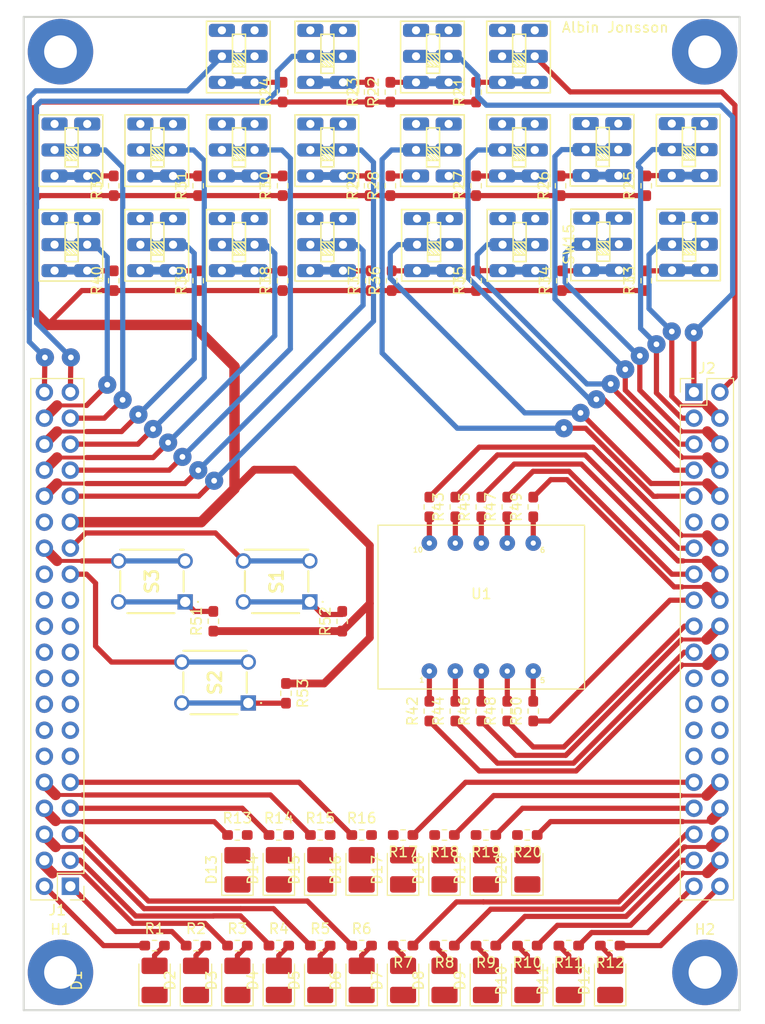
<source format=kicad_pcb>
(kicad_pcb (version 20211014) (generator pcbnew)
  (layers (0 "F.Cu" signal) (31 "B.Cu" signal) (34 "B.Paste" user) (35 "F.Paste" user) (36 "B.SilkS" user "B.Silkscreen") (37 "F.SilkS" user "F.Silkscreen") (38 "B.Mask" user) (39 "F.Mask" user) (44 "Edge.Cuts" user))
  (net 0 "")
  (net 1 "/GPIO_0_18")
  (net 2 "/GPIO_0_17")
  (net 3 "/GPIO_0_0")
  (net 4 "Net-(D1-Pad2)")
  (net 5 "/GPIO_0_1")
  (net 6 "/GPIO_0_2")
  (net 7 "/GPIO_0_3")
  (net 8 "/GPIO_0_4")
  (net 9 "/GPIO_0_5")
  (net 10 "/GPIO_0_6")
  (net 11 "/GPIO_0_7")
  (net 12 "/GPIO_0_16")
  (net 13 "/GPIO_0_8")
  (net 14 "/GPIO_0_9")
  (net 15 "/GPIO_0_25")
  (net 16 "/GPIO_0_26")
  (net 17 "GND")
  (net 18 "+3V3")
  (net 19 "/GPIO_0_12")
  (net 20 "/GPIO_0_13")
  (net 21 "/GPIO_0_14")
  (net 22 "/GPIO_0_15")
  (net 23 "/GPIO_0_19")
  (net 24 "/GPIO_0_30")
  (net 25 "/GPIO_0_31")
  (net 26 "/GPIO_1_0")
  (net 27 "/GPIO_1_1")
  (net 28 "/GPIO_1_2")
  (net 29 "/GPIO_1_3")
  (net 30 "/GPIO_1_4")
  (net 31 "/GPIO_1_5")
  (net 32 "/GPIO_1_6")
  (net 33 "/GPIO_1_7")
  (net 34 "/GPIO_1_8")
  (net 35 "/GPIO_1_9")
  (net 36 "/GPIO_0_32")
  (net 37 "/GPIO_0_33")
  (net 38 "/GPIO_1_12")
  (net 39 "/GPIO_1_13")
  (net 40 "/GPIO_1_14")
  (net 41 "/GPIO_1_15")
  (net 42 "/GPIO_1_16")
  (net 43 "/GPIO_1_17")
  (net 44 "/GPIO_1_18")
  (net 45 "/GPIO_1_19")
  (net 46 "/GPIO_0_20")
  (net 47 "/GPIO_0_21")
  (net 48 "/GPIO_0_22")
  (net 49 "/GPIO_0_23")
  (net 50 "/GPIO_1_24")
  (net 51 "/GPIO_0_24")
  (net 52 "/GPIO_1_20")
  (net 53 "/GPIO_1_21")
  (net 54 "/GPIO_1_22")
  (net 55 "/GPIO_1_23")
  (net 57 "/GPIO_0_27")
  (net 58 "/GPIO_1_27")
  (net 59 "/GPIO_1_30")
  (net 60 "/GPIO_0_34")
  (net 61 "/GPIO_0_35")
  (net 62 "/GPIO_0_36")
  (net 63 "/GPIO_0_37")
  (net 64 "/GPIO_0_38")
  (net 65 "/GPIO_0_39")
  (net 66 "/GPIO_1_25")
  (net 67 "/GPIO_1_26")
  (net 69 "/GPIO_1_31")
  (net 70 "/GPIO_1_32")
  (net 71 "/GPIO_1_33")
  (net 72 "/GPIO_1_34")
  (net 73 "/GPIO_1_35")
  (net 74 "/GPIO_1_36")
  (net 75 "/GPIO_1_37")
  (net 76 "/GPIO_1_38")
  (net 77 "/GPIO_1_39")
  (net 78 "Net-(R21-Pad2)")
  (net 79 "Net-(R22-Pad2)")
  (net 80 "Net-(R23-Pad2)")
  (net 81 "Net-(R24-Pad2)")
  (net 82 "Net-(R25-Pad2)")
  (net 83 "Net-(R26-Pad2)")
  (net 84 "Net-(R27-Pad2)")
  (net 85 "Net-(R28-Pad2)")
  (net 86 "Net-(R29-Pad2)")
  (net 87 "Net-(R30-Pad2)")
  (net 88 "Net-(R31-Pad2)")
  (net 89 "Net-(R32-Pad2)")
  (net 90 "Net-(R33-Pad2)")
  (net 91 "Net-(R34-Pad2)")
  (net 92 "Net-(R35-Pad2)")
  (net 93 "Net-(R36-Pad2)")
  (net 94 "Net-(R37-Pad2)")
  (net 95 "Net-(R38-Pad2)")
  (net 96 "Net-(R39-Pad2)")
  (net 97 "Net-(R40-Pad2)")
  (net 98 "Net-(R41-Pad1)")
  (net 99 "Net-(R42-Pad2)")
  (net 100 "Net-(R43-Pad1)")
  (net 101 "Net-(R44-Pad2)")
  (net 102 "Net-(R45-Pad1)")
  (net 103 "Net-(R46-Pad2)")
  (net 104 "Net-(R47-Pad1)")
  (net 105 "Net-(R48-Pad2)")
  (net 106 "Net-(R49-Pad1)")
  (net 107 "Net-(R50-Pad2)")
  (net 108 "Net-(R51-Pad2)")
  (net 109 "Net-(R52-Pad2)")
  (net 110 "Net-(R53-Pad2)")
  (net 111 "Net-(R4-Pad2)")
  (net 112 "Net-(R5-Pad2)")
  (net 113 "Net-(R7-Pad2)")
  (net 114 "Net-(R8-Pad2)")
  (net 115 "Net-(R11-Pad2)")
  (net 116 "Net-(R13-Pad2)")
  (net 117 "Net-(R14-Pad2)")
  (net 118 "Net-(R15-Pad2)")
  (net 119 "Net-(R16-Pad2)")
  (net 120 "Net-(R17-Pad2)")
  (net 121 "Net-(R18-Pad2)")
  (net 122 "Net-(R19-Pad2)")
  (net 123 "Net-(R20-Pad2)")
  (net 124 "Net-(R2-Pad2)")
  (net 125 "Net-(R3-Pad2)")
  (net 126 "Net-(R6-Pad2)")
  (net 127 "Net-(R9-Pad2)")
  (net 128 "Net-(R10-Pad2)")
  (net 129 "Net-(R12-Pad2)")
  (footprint "Old_KiCad_footprints:R_0603_1608Metric_Pad1.05x0.95mm_HandSolder" (layer "F.Cu") (at 140.8 143.675 180)
    (fp_text reference "R8")
    (fp_text value "180")
  )
  (footprint "Old_KiCad_footprints:R_0603_1608Metric_Pad1.05x0.95mm_HandSolder" (layer "F.Cu") (at 148.9 132.875 180)
    (fp_text reference "R20")
    (fp_text value "180")
  )
  (footprint "Old_KiCad_footprints:R_0603_1608Metric_Pad1.05x0.95mm_HandSolder" (layer "F.Cu") (at 120.55 143.675)
    (fp_text reference "R3")
    (fp_text value "180")
  )
  (footprint "Old_KiCad_footprints:R_0603_1608Metric_Pad1.05x0.95mm_HandSolder" (layer "F.Cu") (at 152.273 78.74 90)
    (fp_text reference "R34")
    (fp_text value "15k")
  )
  (footprint "Old_KiCad_footprints:R_0603_1608Metric_Pad1.05x0.95mm_HandSolder" (layer "F.Cu") (at 118.2 112 90)
    (fp_text reference "R51")
    (fp_text value "15k")
  )
  (footprint "Old_KiCad_footprints:R_0603_1608Metric_Pad1.05x0.95mm_HandSolder" (layer "F.Cu") (at 136.75 143.675 180)
    (fp_text reference "R7")
    (fp_text value "180")
  )
  (footprint "Old_KiCad_footprints:R_0603_1608Metric_Pad1.05x0.95mm_HandSolder" (layer "F.Cu") (at 149.479 120.777 90)
    (fp_text reference "R50")
    (fp_text value "15k")
  )
  (footprint "Old_KiCad_footprints:R_0603_1608Metric_Pad1.05x0.95mm_HandSolder" (layer "F.Cu") (at 112.45 143.675)
    (fp_text reference "R1")
    (fp_text value "180")
  )
  (footprint "Old_KiCad_footprints:R_0603_1608Metric_Pad1.05x0.95mm_HandSolder" (layer "F.Cu") (at 148.9 143.675 180)
    (fp_text reference "R10")
    (fp_text value "180")
  )
  (footprint "Old_KiCad_footprints:R_0603_1608Metric_Pad1.05x0.95mm_HandSolder" (layer "F.Cu") (at 149.479 100.838 90)
    (fp_text reference "R49")
    (fp_text value "15k")
  )
  (footprint "Old_KiCad_footprints:DPDT-3.2MM" (layer "F.Cu") (at 105.86342 75.21956 90)
    (fp_text reference "SW20")
    (fp_text value " " hide)
  )
  (footprint "Old_KiCad_footprints:LED_1210_3225Metric_Castelled" (layer "F.Cu") (at 140.8 136.275 90)
    (fp_text reference "D18")
    (fp_text value "LED_ALT")
  )
  (footprint "Old_KiCad_footprints:DPDT-3.2MM" (layer "F.Cu") (at 157.85468 75.184 90)
    (fp_text reference "SW14")
    (fp_text value " " hide)
  )
  (footprint "Old_KiCad_footprints:R_0603_1608Metric_Pad1.05x0.95mm_HandSolder" (layer "F.Cu") (at 143.891 78.74 90)
    (fp_text reference "R35")
    (fp_text value "15k")
  )
  (footprint "Old_KiCad_footprints:R_0603_1608Metric_Pad1.05x0.95mm_HandSolder" (layer "F.Cu") (at 116.713 69.469 90)
    (fp_text reference "R31")
    (fp_text value "15k")
  )
  (footprint "MountingHole:MountingHole_3.2mm_M3_Pad" (layer "F.Cu") (at 166.243 56.388)
    (fp_text reference "H4")
    (fp_text value "MountingHole")
  )
  (footprint "Old_KiCad_footprints:R_0603_1608Metric_Pad1.05x0.95mm_HandSolder" (layer "F.Cu") (at 144.399 120.777 90)
    (fp_text reference "R46")
    (fp_text value "15k")
  )
  (footprint "Old_KiCad_footprints:LED_1210_3225Metric_Castelled" (layer "F.Cu") (at 124.6 147.075 90)
    (fp_text reference "D4")
    (fp_text value "LED_ALT")
  )
  (footprint "Old_KiCad_footprints:R_0603_1608Metric_Pad1.05x0.95mm_HandSolder" (layer "F.Cu") (at 135.636 78.74 90)
    (fp_text reference "R36")
    (fp_text value "15k")
  )
  (footprint "Old_KiCad_footprints:R_0603_1608Metric_Pad1.05x0.95mm_HandSolder" (layer "F.Cu") (at 128.65 143.675)
    (fp_text reference "R5")
    (fp_text value "180")
  )
  (footprint "Old_KiCad_footprints:LED_1210_3225Metric_Castelled" (layer "F.Cu") (at 132.7 136.275 90)
    (fp_text reference "D16")
    (fp_text value "LED_ALT")
  )
  (footprint "Old_KiCad_footprints:R_0603_1608Metric_Pad1.05x0.95mm_HandSolder" (layer "F.Cu") (at 143.891 60.325 90)
    (fp_text reference "R21")
    (fp_text value "15k")
  )
  (footprint "Old_KiCad_footprints:R_0603_1608Metric_Pad1.05x0.95mm_HandSolder" (layer "F.Cu") (at 124.968 78.74 90)
    (fp_text reference "R38")
    (fp_text value "15k")
  )
  (footprint "Old_KiCad_footprints:ELD-425SYGWA" (layer "F.Cu") (at 144.399 110.617)
    (fp_text reference "U1")
    (fp_text value "ELD-425SYGWA")
  )
  (footprint "Old_KiCad_footprints:DPDT-3.2MM" (layer "F.Cu") (at 114.25558 75.21956 90)
    (fp_text reference "SW19")
    (fp_text value " " hide)
  )
  (footprint "Old_KiCad_footprints:R_0603_1608Metric_Pad1.05x0.95mm_HandSolder" (layer "F.Cu") (at 133.477 60.325 90)
    (fp_text reference "R23")
    (fp_text value "15k")
  )
  (footprint "Old_KiCad_footprints:DPDT-3.2MM" (layer "F.Cu") (at 122.22864 65.97396 90)
    (fp_text reference "SW10")
    (fp_text value " " hide)
  )
  (footprint "Old_KiCad_footprints:R_0603_1608Metric_Pad1.05x0.95mm_HandSolder" (layer "F.Cu") (at 124.6 143.675)
    (fp_text reference "R4")
    (fp_text value "180")
  )
  (footprint "MountingHole:MountingHole_3.2mm_M3_Pad" (layer "F.Cu") (at 103.251 146.2913)
    (fp_text reference "H1")
    (fp_text value "MountingHole")
  )
  (footprint "Old_KiCad_footprints:LED_1210_3225Metric_Castelled" (layer "F.Cu") (at 112.45 147.075 90)
    (fp_text reference "D1")
    (fp_text value "LED_ALT")
  )
  (footprint "Old_KiCad_footprints:R_0603_1608Metric_Pad1.05x0.95mm_HandSolder" (layer "F.Cu") (at 135.509 69.469 90)
    (fp_text reference "R28")
    (fp_text value "15k")
  )
  (footprint "CB15FP:CB15FP" (layer "F.Cu") (at 127.635 110.109 -90)
    (fp_text reference "S1")
    (fp_text value "CB15FP" hide)
  )
  (footprint "Old_KiCad_footprints:LED_1210_3225Metric_Castelled" (layer "F.Cu") (at 144.85 136.275 90)
    (fp_text reference "D19")
    (fp_text value "LED_ALT")
  )
  (footprint "Old_KiCad_footprints:R_0603_1608Metric_Pad1.05x0.95mm_HandSolder" (layer "F.Cu") (at 160.528 78.74 90)
    (fp_text reference "R33")
    (fp_text value "15k")
  )
  (footprint "Old_KiCad_footprints:R_0603_1608Metric_Pad1.05x0.95mm_HandSolder" (layer "F.Cu") (at 136.75 132.875 180)
    (fp_text reference "R17")
    (fp_text value "180")
  )
  (footprint "Old_KiCad_footprints:R_0603_1608Metric_Pad1.05x0.95mm_HandSolder" (layer "F.Cu") (at 152.95 143.675 180)
    (fp_text reference "R11")
    (fp_text value "180")
  )
  (footprint "Old_KiCad_footprints:R_0603_1608Metric_Pad1.05x0.95mm_HandSolder" (layer "F.Cu") (at 124.6 132.875)
    (fp_text reference "R14")
    (fp_text value "180")
  )
  (footprint "Old_KiCad_footprints:R_0603_1608Metric_Pad1.05x0.95mm_HandSolder" (layer "F.Cu") (at 140.8 132.875 180)
    (fp_text reference "R18")
    (fp_text value "180")
  )
  (footprint "Old_KiCad_footprints:R_0603_1608Metric_Pad1.05x0.95mm_HandSolder" (layer "F.Cu") (at 139.319 120.777 90)
    (fp_text reference "R42")
    (fp_text value "15k")
  )
  (footprint "MountingHole:MountingHole_3.2mm_M3_Pad" (layer "F.Cu") (at 103.251 56.3753)
    (fp_text reference "H3")
    (fp_text value "MountingHole")
  )
  (footprint "Old_KiCad_footprints:LED_1210_3225Metric_Castelled" (layer "F.Cu") (at 128.65 147.075 90)
    (fp_text reference "D5")
    (fp_text value "LED_ALT")
  )
  (footprint "Old_KiCad_footprints:DPDT-3.2MM" (layer "F.Cu") (at 122.22864 75.21956 90)
    (fp_text reference "SW18")
    (fp_text value " " hide)
  )
  (footprint "Old_KiCad_footprints:DPDT-3.2MM" (layer "F.Cu") (at 130.8748 56.82996 90)
    (fp_text reference "SW3")
    (fp_text value " " hide)
  )
  (footprint "Old_KiCad_footprints:R_0603_1608Metric_Pad1.05x0.95mm_HandSolder" (layer "F.Cu") (at 146.939 120.777 90)
    (fp_text reference "R48")
    (fp_text value "15k")
  )
  (footprint "Old_KiCad_footprints:R_0603_1608Metric_Pad1.05x0.95mm_HandSolder" (layer "F.Cu") (at 124.968 60.325 90)
    (fp_text reference "R24")
    (fp_text value "15k")
  )
  (footprint "Old_KiCad_footprints:DPDT-3.2MM" (layer "F.Cu") (at 141.30404 75.21956 90)
    (fp_text reference "SW16")
    (fp_text value " " hide)
  )
  (footprint "Old_KiCad_footprints:LED_1210_3225Metric_Castelled" (layer "F.Cu") (at 120.55 136.275 90)
    (fp_text reference "D13")
    (fp_text value "LED_ALT")
  )
  (footprint "Old_KiCad_footprints:R_0603_1608Metric_Pad1.05x0.95mm_HandSolder" (layer "F.Cu") (at 132.7 143.675)
    (fp_text reference "R6")
    (fp_text value "180")
  )
  (footprint "Old_KiCad_footprints:LED_1210_3225Metric_Castelled" (layer "F.Cu") (at 136.75 147.075 90)
    (fp_text reference "D7")
    (fp_text value "LED_ALT")
  )
  (footprint "Old_KiCad_footprints:R_0603_1608Metric_Pad1.05x0.95mm_HandSolder" (layer "F.Cu") (at 133.604 78.74 90)
    (fp_text reference "R37")
    (fp_text value "15k")
  )
  (footprint "Old_KiCad_footprints:DPDT-3.2MM" (layer "F.Cu") (at 149.6708 75.21956 90)
    (fp_text reference "SW15")
    (fp_text value " " hide)
  )
  (footprint "Old_KiCad_footprints:DPDT-3.2MM" (layer "F.Cu") (at 141.20752 56.82996 90)
    (fp_text reference "SW2")
    (fp_text value " " hide)
  )
  (footprint "Old_KiCad_footprints:LED_1210_3225Metric_Castelled" (layer "F.Cu") (at 136.75 136.275 90)
    (fp_text reference "D17")
    (fp_text value "LED_ALT")
  )
  (footprint "Old_KiCad_footprints:DPDT-3.2MM" (layer "F.Cu") (at 157.7988 65.9384 90)
    (fp_text reference "SW6")
    (fp_text value " " hide)
  )
  (footprint "Old_KiCad_footprints:R_0603_1608Metric_Pad1.05x0.95mm_HandSolder" (layer "F.Cu") (at 125.3 119.0375 -90)
    (fp_text reference "R53")
    (fp_text value "15k")
  )
  (footprint "Old_KiCad_footprints:R_0603_1608Metric_Pad1.05x0.95mm_HandSolder" (layer "F.Cu") (at 160.528 69.469 90)
    (fp_text reference "R25")
    (fp_text value "15k")
  )
  (footprint "MountingHole:MountingHole_3.2mm_M3_Pad" (layer "F.Cu") (at 166.2684 146.2913)
    (fp_text reference "H2")
    (fp_text value "MountingHole")
  )
  (footprint "Old_KiCad_footprints:DPDT-3.2MM" (layer "F.Cu") (at 114.25558 65.97396 90)
    (fp_text reference "SW11")
    (fp_text value " " hide)
  )
  (footprint "Old_KiCad_footprints:R_0603_1608Metric_Pad1.05x0.95mm_HandSolder" (layer "F.Cu") (at 132.7 132.875)
    (fp_text reference "R16")
    (fp_text value "180")
  )
  (footprint "Old_KiCad_footprints:DPDT-3.2MM" (layer "F.Cu") (at 166.2189 65.9384 90)
    (fp_text reference "SW5")
    (fp_text value " " hide)
  )
  (footprint "Old_KiCad_footprints:R_0603_1608Metric_Pad1.05x0.95mm_HandSolder" (layer "F.Cu") (at 135.509 60.325 90)
    (fp_text reference "R22")
    (fp_text value "15k")
  )
  (footprint "Old_KiCad_footprints:LED_1210_3225Metric_Castelled" (layer "F.Cu") (at 152.95 147.075 90)
    (fp_text reference "D11")
    (fp_text value "LED_ALT")
  )
  (footprint "Old_KiCad_footprints:DPDT-3.2MM" (layer "F.Cu") (at 149.62508 56.82996 90)
    (fp_text reference "SW1")
    (fp_text value " " hide)
  )
  (footprint "Old_KiCad_footprints:R_0603_1608Metric_Pad1.05x0.95mm_HandSolder" (layer "F.Cu") (at 116.5 143.675)
    (fp_text reference "R2")
    (fp_text value "180")
  )
  (footprint "Old_KiCad_footprints:R_0603_1608Metric_Pad1.05x0.95mm_HandSolder" (layer "F.Cu") (at 143.891 69.469 90)
    (fp_text reference "R27")
    (fp_text value "15k")
  )
  (footprint "Old_KiCad_footprints:R_0603_1608Metric_Pad1.05x0.95mm_HandSolder" (layer "F.Cu") (at 144.399 100.838 90)
    (fp_text reference "R45")
    (fp_text value "15k")
  )
  (footprint "Old_KiCad_footprints:R_0603_1608Metric_Pad1.05x0.95mm_HandSolder" (layer "F.Cu") (at 120.55 132.875)
    (fp_text reference "R13")
    (fp_text value "180")
  )
  (footprint "Old_KiCad_footprints:LED_1210_3225Metric_Castelled" (layer "F.Cu") (at 140.8 147.075 90)
    (fp_text reference "D8")
    (fp_text value "LED_ALT")
  )
  (footprint "Old_KiCad_footprints:DPDT-3.2MM" (layer "F.Cu") (at 122.22864 56.82996 90)
    (fp_text reference "SW4")
    (fp_text value " " hide)
  )
  (footprint "Old_KiCad_footprints:DPDT-3.2MM" (layer "F.Cu") (at 149.62508 65.97396 90)
    (fp_text reference "SW7")
    (fp_text value " " hide)
  )
  (footprint "CB15FP:CB15FP" (layer "F.Cu") (at 115.443 110.109 -90)
    (fp_text reference "S3")
    (fp_text value "CB15FP" hide)
  )
  (footprint "Old_KiCad_footprints:LED_1210_3225Metric_Castelled" (layer "F.Cu") (at 148.9 136.275 90)
    (fp_text reference "D20")
    (fp_text value "LED_ALT")
  )
  (footprint "Old_KiCad_footprints:LED_1210_3225Metric_Castelled" (layer "F.Cu") (at 148.9 147.075 90)
    (fp_text reference "D10")
    (fp_text value "LED_ALT")
  )
  (footprint "Connector_PinHeader_2.54mm:PinHeader_2x20_P2.54mm_Vertical" (layer "F.Cu") (at 104.2162 137.8839 180)
    (fp_text reference "J1")
    (fp_text value "GPIO_0")
  )
  (footprint "Old_KiCad_footprints:DPDT-3.2MM" (layer "F.Cu") (at 130.8748 65.97396 90)
    (fp_text reference "SW9")
    (fp_text value " " hide)
  )
  (footprint "Old_KiCad_footprints:R_0603_1608Metric_Pad1.05x0.95mm_HandSolder" (layer "F.Cu") (at 141.859 100.838 90)
    (fp_text reference "R43")
    (fp_text value "15k")
  )
  (footprint "Old_KiCad_footprints:DPDT-3.2MM" (layer "F.Cu") (at 105.86342 65.97396 90)
    (fp_text reference "SW12")
    (fp_text value " " hide)
  )
  (footprint "Old_KiCad_footprints:R_0603_1608Metric_Pad1.05x0.95mm_HandSolder" (layer "F.Cu") (at 141.859 120.777 90)
    (fp_text reference "R44")
    (fp_text value "15k")
  )
  (footprint "Old_KiCad_footprints:LED_1210_3225Metric_Castelled" (layer "F.Cu") (at 128.65 136.275 90)
    (fp_text reference "D15")
    (fp_text value "LED_ALT")
  )
  (footprint "CB15FP:CB15FP" (layer "F.Cu") (at 121.614 119.983 -90)
    (fp_text reference "S2")
    (fp_text value "CB15FP" hide)
  )
  (footprint "Old_KiCad_footprints:R_0603_1608Metric_Pad1.05x0.95mm_HandSolder" (layer "F.Cu") (at 116.713 78.74 90)
    (fp_text reference "R39")
    (fp_text value "15k")
  )
  (footprint "Old_KiCad_footprints:R_0603_1608Metric_Pad1.05x0.95mm_HandSolder" (layer "F.Cu") (at 144.85 132.875 180)
    (fp_text reference "R19")
    (fp_text value "180")
  )
  (footprint "Old_KiCad_footprints:LED_1210_3225Metric_Castelled" (layer "F.Cu") (at 157 147.075 90)
    (fp_text reference "D12")
    (fp_text value "LED_ALT")
  )
  (footprint "Old_KiCad_footprints:DPDT-3.2MM" (layer "F.Cu") (at 141.20752 65.97396 90)
    (fp_text reference "SW8")
    (fp_text value " " hide)
  )
  (footprint "Old_KiCad_footprints:R_0603_1608Metric_Pad1.05x0.95mm_HandSolder" (layer "F.Cu") (at 146.939 100.838 90)
    (fp_text reference "R47")
    (fp_text value "15k")
  )
  (footprint "Old_KiCad_footprints:R_0603_1608Metric_Pad1.05x0.95mm_HandSolder" (layer "F.Cu") (at 108.458 78.74 90)
    (fp_text reference "R40")
    (fp_text value "15k")
  )
  (footprint "Old_KiCad_footprints:DPDT-3.2MM" (layer "F.Cu") (at 130.8748 75.21956 90)
    (fp_text reference "SW17")
    (fp_text value " " hide)
  )
  (footprint "Old_KiCad_footprints:LED_1210_3225Metric_Castelled" (layer "F.Cu") (at 116.5 147.075 90)
    (fp_text reference "D2")
    (fp_text value "LED_ALT")
  )
  (footprint "Connector_PinHeader_2.54mm:PinHeader_2x20_P2.54mm_Vertical" (layer "F.Cu") (at 165.1889 89.6239)
    (fp_text reference "J2")
    (fp_text value "GPIO_1")
  )
  (footprint "Old_KiCad_footprints:R_0603_1608Metric_Pad1.05x0.95mm_HandSolder" (layer "F.Cu") (at 130.8 112 90)
    (fp_text reference "R52")
    (fp_text value "15k")
  )
  (footprint "Old_KiCad_footprints:DPDT-3.2MM" (layer "F.Cu") (at 166.24684 75.184 90)
    (fp_text reference "SW13")
    (fp_text value " " hide)
  )
  (footprint "Old_KiCad_footprints:R_0603_1608Metric_Pad1.05x0.95mm_HandSolder" (layer "F.Cu") (at 108.458 69.469 90)
    (fp_text reference "R32")
    (fp_text value "15k")
  )
  (footprint "Old_KiCad_footprints:R_0603_1608Metric_Pad1.05x0.95mm_HandSolder" (layer "F.Cu") (at 133.477 69.469 90)
    (fp_text reference "R29")
    (fp_text value "15k")
  )
  (footprint "Old_KiCad_footprints:R_0603_1608Metric_Pad1.05x0.95mm_HandSolder" (layer "F.Cu") (at 144.85 143.675 180)
    (fp_text reference "R9")
    (fp_text value "180")
  )
  (footprint "Old_KiCad_footprints:LED_1210_3225Metric_Castelled" (layer "F.Cu") (at 124.6 136.275 90)
    (fp_text reference "D14")
    (fp_text value "LED_ALT")
  )
  (footprint "Old_KiCad_footprints:LED_1210_3225Metric_Castelled" (layer "F.Cu") (at 120.55 147.075 90)
    (fp_text reference "D3")
    (fp_text value "LED_ALT")
  )
  (footprint "Old_KiCad_footprints:R_0603_1608Metric_Pad1.05x0.95mm_HandSolder" (layer "F.Cu") (at 157 143.675 180)
    (fp_text reference "R12")
    (fp_text value "180")
  )
  (footprint "Old_KiCad_footprints:LED_1210_3225Metric_Castelled" (layer "F.Cu") (at 144.85 147.075 90)
    (fp_text reference "D9")
    (fp_text value "LED_ALT")
  )
  (footprint "Old_KiCad_footprints:R_0603_1608Metric_Pad1.05x0.95mm_HandSolder" (layer "F.Cu") (at 139.319 100.838 90)
    (fp_text reference "R41")
    (fp_text value "15k")
  )
  (footprint "Old_KiCad_footprints:R_0603_1608Metric_Pad1.05x0.95mm_HandSolder" (layer "F.Cu") (at 124.968 69.469 90)
    (fp_text reference "R30")
    (fp_text value "15k")
  )
  (footprint "Old_KiCad_footprints:R_0603_1608Metric_Pad1.05x0.95mm_HandSolder" (layer "F.Cu") (at 128.65 132.875)
    (fp_text reference "R15")
    (fp_text value "180")
  )
  (footprint "Old_KiCad_footprints:LED_1210_3225Metric_Castelled" (layer "F.Cu") (at 132.7 147.075 90)
    (fp_text reference "D6")
    (fp_text value "LED_ALT")
  )
  (footprint "Old_KiCad_footprints:R_0603_1608Metric_Pad1.05x0.95mm_HandSolder" (layer "F.Cu") (at 152.146 69.469 90)
    (fp_text reference "R26")
    (fp_text value "15k")
  )
  (gr_line (start 169.658181 52.980345) (end 169.658181 149.982945) (layer "Edge.Cuts") (width 0.2))
  (gr_line (start 99.655781 149.982945) (end 99.655781 52.980345) (layer "Edge.Cuts") (width 0.2))
  (gr_line (start 169.658181 149.982945) (end 99.655781 149.982945) (layer "Edge.Cuts") (width 0.2))
  (gr_line (start 99.655781 52.980345) (end 169.658181 52.980345) (layer "Edge.Cuts") (width 0.2))
  (gr_text "Albin Jonsson" (at 157.5 54) (layer "F.SilkS") (effects (font (size 1 1))))
  (segment (start 104.2162 137.8839) (end 104.2589 137.8839) (width 0.508) (layer "F.Cu") (net 3))
  (segment (start 115.525 143.675) (end 115.5375 143.675) (width 0.508) (layer "F.Cu") (net 3))
  (segment (start 115.5375 143.6875) (end 115.5375 143.739) (width 0.508) (layer "F.Cu") (net 3))
  (segment (start 104.2589 137.8839) (end 108.675 142.3) (width 0.508) (layer "F.Cu") (net 3))
  (segment (start 108.675 142.3) (end 114.15 142.3) (width 0.508) (layer "F.Cu") (net 3))
  (segment (start 114.15 142.3) (end 115.525 143.675) (width 0.508) (layer "F.Cu") (net 3))
  (segment (start 112.45 144.6375) (end 113.4125 143.675) (width 0.508) (layer "F.Cu") (net 4))
  (segment (start 112.45 145.65) (end 112.45 144.6375) (width 0.508) (layer "F.Cu") (net 4))
  (segment (start 107.4673 143.675) (end 111.4875 143.675) (width 0.508) (layer "F.Cu") (net 5))
  (segment (start 101.6762 137.8839) (end 107.4673 143.675) (width 0.508) (layer "F.Cu") (net 5))
  (segment (start 120.85 140.775) (end 118.225 140.775) (width 0.508) (layer "F.Cu") (net 6))
  (segment (start 123.6375 143.675) (end 123.6375 143.5625) (width 0.508) (layer "F.Cu") (net 6))
  (segment (start 118.211692 140.788308) (end 110.611692 140.788308) (width 0.508) (layer "F.Cu") (net 6))
  (segment (start 110.611692 140.788308) (end 105.167284 135.3439) (width 0.508) (layer "F.Cu") (net 6))
  (segment (start 118.225 140.775) (end 118.211692 140.788308) (width 0.508) (layer "F.Cu") (net 6))
  (segment (start 105.167284 135.3439) (end 104.2162 135.3439) (width 0.508) (layer "F.Cu") (net 6))
  (segment (start 123.6375 143.5625) (end 120.85 140.775) (width 0.508) (layer "F.Cu") (net 6))
  (segment (start 117.375 141.5) (end 119.55 143.675) (width 0.508) (layer "F.Cu") (net 7))
  (segment (start 105.406711 136.583911) (end 110.3228 141.5) (width 0.508) (layer "F.Cu") (net 7))
  (segment (start 101.532792 135.3439) (end 101.532792 135.681246) (width 1.016) (layer "F.Cu") (net 7))
  (segment (start 101.532792 135.681246) (end 102.465173 136.613627) (width 1.016) (layer "F.Cu") (net 7))
  (segment (start 119.55 143.675) (end 119.5875 143.675) (width 0.508) (layer "F.Cu") (net 7))
  (segment (start 110.3228 141.5) (end 117.375 141.5) (width 0.508) (layer "F.Cu") (net 7))
  (segment (start 102.772803 136.583911) (end 105.406711 136.583911) (width 0.381) (layer "F.Cu") (net 7))
  (segment (start 119.5875 143.7125) (end 119.5875 143.739) (width 0.508) (layer "F.Cu") (net 7))
  (segment (start 105.3289 132.8039) (end 104.2162 132.8039) (width 0.508) (layer "F.Cu") (net 8))
  (segment (start 131.7375 143.675) (end 127.3875 139.325) (width 0.508) (layer "F.Cu") (net 8))
  (segment (start 111.85 139.325) (end 105.3289 132.8039) (width 0.508) (layer "F.Cu") (net 8))
  (segment (start 127.3875 139.325) (end 111.85 139.325) (width 0.508) (layer "F.Cu") (net 8))
  (segment (start 120.86748 140.06748) (end 111.43252 140.06748) (width 0.508) (layer "F.Cu") (net 9))
  (segment (start 102.772794 134.043903) (end 105.406774 134.043903) (width 0.381) (layer "F.Cu") (net 9))
  (segment (start 124.07998 140.06748) (end 120.86748 140.06748) (width 0.508) (layer "F.Cu") (net 9))
  (segment (start 110.909689 139.544649) (end 111.43252 140.06748) (width 0.508) (layer "F.Cu") (net 9))
  (segment (start 101.532792 132.8039) (end 102.772803 134.043911) (width 1.016) (layer "F.Cu") (net 9))
  (segment (start 110.90752 139.544649) (end 105.406774 134.043903) (width 0.508) (layer "F.Cu") (net 9))
  (segment (start 110.90752 139.544649) (end 110.909689 139.544649) (width 0.508) (layer "F.Cu") (net 9))
  (segment (start 127.6875 143.675) (end 124.07998 140.06748) (width 0.508) (layer "F.Cu") (net 9))
  (segment (start 104.2162 130.2639) (end 121.0264 130.2639) (width 0.508) (layer "F.Cu") (net 10))
  (segment (start 121.0264 130.2639) (end 123.6375 132.875) (width 0.508) (layer "F.Cu") (net 10))
  (segment (start 118.2845 131.572) (end 119.5875 132.875) (width 0.508) (layer "F.Cu") (net 11))
  (segment (start 102.823046 131.572) (end 105.456954 131.572) (width 0.381) (layer "F.Cu") (net 11))
  (segment (start 101.532792 130.2639) (end 102.772803 131.503911) (width 1.016) (layer "F.Cu") (net 11))
  (segment (start 105.456954 131.572) (end 118.2845 131.572) (width 0.508) (layer "F.Cu") (net 11))
  (segment (start 131.7375 132.875) (end 126.5864 127.7239) (width 0.508) (layer "F.Cu") (net 13))
  (segment (start 126.5864 127.7239) (end 104.2162 127.7239) (width 0.508) (layer "F.Cu") (net 13))
  (segment (start 102.772803 128.963911) (end 105.406711 128.963911) (width 0.381) (layer "F.Cu") (net 14))
  (segment (start 123.776411 128.963911) (end 127.6875 132.875) (width 0.508) (layer "F.Cu") (net 14))
  (segment (start 105.406711 128.963911) (end 123.776411 128.963911) (width 0.508) (layer "F.Cu") (net 14))
  (segment (start 101.532792 127.7239) (end 102.772803 128.963911) (width 1.016) (layer "F.Cu") (net 14))
  (segment (start 104.2162 104.8639) (end 105.7021 103.378) (width 0.508) (layer "F.Cu") (net 16))
  (segment (start 118.404 103.378) (end 121.135 106.109) (width 0.508) (layer "F.Cu") (net 16))
  (segment (start 105.7021 103.378) (end 118.404 103.378) (width 0.508) (layer "F.Cu") (net 16))
  (segment (start 121.135 106.109) (end 127.635 106.109) (width 0.508) (layer "B.Cu") (net 16))
  (segment (start 124.968 79.7025) (end 133.604 79.7025) (width 0.508) (layer "F.Cu") (net 18))
  (segment (start 120.269 99.06) (end 120.34 99.06) (width 0.762) (layer "F.Cu") (net 18))
  (segment (start 133.477 61.2875) (end 124.968 61.2875) (width 0.508) (layer "F.Cu") (net 18))
  (segment (start 160.528 70.4315) (end 152.146 70.4315) (width 0.508) (layer "F.Cu") (net 18))
  (segment (start 122.2 97.2) (end 126.1 97.2) (width 0.762) (layer "F.Cu") (net 18))
  (segment (start 108.458 79.7025) (end 116.713 79.7025) (width 0.508) (layer "F.Cu") (net 18))
  (segment (start 129.025 118.075) (end 125.3 118.075) (width 0.762) (layer "F.Cu") (net 18))
  (segment (start 133.5 110.2625) (end 130.8 112.9625) (width 0.762) (layer "F.Cu") (net 18))
  (segment (start 101.2725 61.2875) (end 100.457 62.103) (width 0.508) (layer "F.Cu") (net 18))
  (segment (start 100.457 71.247) (end 100.457 62.103) (width 1.016) (layer "F.Cu") (net 18))
  (segment (start 143.891 79.7025) (end 152.273 79.7025) (width 0.508) (layer "F.Cu") (net 18))
  (segment (start 124.968 70.4315) (end 116.713 70.4315) (width 0.508) (layer "F.Cu") (net 18))
  (segment (start 143.891 70.4315) (end 135.509 70.4315) (width 0.508) (layer "F.Cu") (net 18))
  (segment (start 130.8 112.9625) (end 118.2 112.9625) (width 0.762) (layer "F.Cu") (net 18))
  (segment (start 108.458 79.7025) (end 105.3365 79.7025) (width 0.508) (layer "F.Cu") (net 18))
  (segment (start 116.713 79.7025) (end 124.968 79.7025) (width 0.508) (layer "F.Cu") (net 18))
  (segment (start 120.269 99.06) (end 120.269 87.122) (width 1.016) (layer "F.Cu") (net 18))
  (segment (start 135.636 79.7025) (end 143.891 79.7025) (width 0.508) (layer "F.Cu") (net 18))
  (segment (start 117.0051 102.3239) (end 120.269 99.06) (width 1.016) (layer "F.Cu") (net 18))
  (segment (start 101.981 83.058) (end 100.457 81.534) (width 1.016) (layer "F.Cu") (net 18))
  (segment (start 100.457 81.534) (end 100.457 71.247) (width 1.016) (layer "F.Cu") (net 18))
  (segment (start 135.509 61.2875) (end 143.891 61.2875) (width 0.508) (layer "F.Cu") (net 18))
  (segment (start 120.34 99.06) (end 122.2 97.2) (width 0.762) (layer "F.Cu") (net 18))
  (segment (start 135.509 61.2875) (end 133.477 61.2875) (width 0.508) (layer "F.Cu") (net 18))
  (segment (start 108.458 70.4315) (end 101.2725 70.4315) (width 0.508) (layer "F.Cu") (net 18))
  (segment (start 116.713 70.4315) (end 108.458 70.4315) (width 0.508) (layer "F.Cu") (net 18))
  (segment (start 133.5 113.6) (end 129.025 118.075) (width 0.762) (layer "F.Cu") (net 18))
  (segment (start 133.5 104.6) (end 133.5 110.2625) (width 0.762) (layer "F.Cu") (net 18))
  (segment (start 116.205 83.058) (end 101.981 83.058) (width 1.016) (layer "F.Cu") (net 18))
  (segment (start 104.2162 102.3239) (end 117.0051 102.3239) (width 1.016) (layer "F.Cu") (net 18))
  (segment (start 133.5 110.2625) (end 133.5 113.6) (width 0.762) (layer "F.Cu") (net 18))
  (segment (start 126.1 97.2) (end 133.5 104.6) (width 0.762) (layer "F.Cu") (net 18))
  (segment (start 133.477 70.4315) (end 124.968 70.4315) (width 0.508) (layer "F.Cu") (net 18))
  (segment (start 152.146 70.4315) (end 143.891 70.4315) (width 0.508) (layer "F.Cu") (net 18))
  (segment (start 133.604 79.7025) (end 135.636 79.7025) (width 0.508) (layer "F.Cu") (net 18))
  (segment (start 124.968 61.2875) (end 101.2725 61.2875) (width 0.508) (layer "F.Cu") (net 18))
  (segment (start 105.3365 79.7025) (end 101.981 83.058) (width 0.508) (layer "F.Cu") (net 18))
  (segment (start 152.273 79.7025) (end 160.528 79.7025) (width 0.508) (layer "F.Cu") (net 18))
  (segment (start 135.509 70.4315) (end 133.477 70.4315) (width 0.508) (layer "F.Cu") (net 18))
  (segment (start 116.205 83.058) (end 120.269 87.122) (width 1.016) (layer "F.Cu") (net 18))
  (segment (start 101.2725 70.4315) (end 100.457 71.247) (width 0.508) (layer "F.Cu") (net 18))
  (segment (start 116.7661 99.7839) (end 118.275 98.275) (width 0.508) (layer "F.Cu") (net 24))
  (segment (start 104.2162 99.7839) (end 116.7661 99.7839) (width 0.508) (layer "F.Cu") (net 24))
  (via (at 118.275 98.275) (size 1.778) (drill 0.5588) (layers "F.Cu" "B.Cu") (net 24))
  (segment (start 133.858 67.183) (end 133.858 82.692) (width 0.508) (layer "B.Cu") (net 24))
  (segment (start 132.64896 65.97396) (end 133.858 67.183) (width 0.508) (layer "B.Cu") (net 24))
  (segment (start 133.858 82.692) (end 118.275 98.275) (width 0.508) (layer "B.Cu") (net 24))
  (segment (start 127.68202 65.97396) (end 130.8748 65.97396) (width 0.762) (layer "B.Cu") (net 24))
  (segment (start 130.8748 65.97396) (end 132.64896 65.97396) (width 0.508) (layer "B.Cu") (net 24))
  (segment (start 115.423 98.552) (end 116.725 97.25) (width 0.508) (layer "F.Cu") (net 25))
  (segment (start 102.924322 98.552) (end 105.791 98.552) (width 0.381) (layer "F.Cu") (net 25))
  (segment (start 101.6762 99.7839) (end 102.9081 98.552) (width 1.016) (layer "F.Cu") (net 25))
  (segment (start 105.791 98.552) (end 115.423 98.552) (width 0.508) (layer "F.Cu") (net 25))
  (segment (start 102.9081 98.552) (end 102.924322 98.552) (width 1.016) (layer "F.Cu") (net 25))
  (via (at 116.725 97.25) (size 1.778) (drill 0.5588) (layers "F.Cu" "B.Cu") (net 25))
  (segment (start 132.842 81.133) (end 116.725 97.25) (width 0.508) (layer "B.Cu") (net 25))
  (segment (start 130.8748 75.21956) (end 132.24256 75.21956) (width 0.508) (layer "B.Cu") (net 25))
  (segment (start 132.842 75.819) (end 132.842 81.133) (width 0.508) (layer "B.Cu") (net 25))
  (segment (start 127.68202 75.21956) (end 130.8748 75.21956) (width 0.762) (layer "B.Cu") (net 25))
  (segment (start 132.24256 75.21956) (end 132.842 75.819) (width 0.508) (layer "B.Cu") (net 25))
  (segment (start 165.1889 89.6239) (end 165.1889 83.8139) (width 0.508) (layer "F.Cu") (net 26))
  (segment (start 165.1889 83.8139) (end 165.175 83.8) (width 0.508) (layer "F.Cu") (net 26))
  (via (at 165.175 83.8) (size 1.778) (drill 0.5588) (layers "F.Cu" "B.Cu") (net 26))
  (segment (start 141.20752 56.82996) (end 142.12996 56.82996) (width 0.508) (layer "B.Cu") (net 26))
  (segment (start 138.01474 56.82996) (end 141.20752 56.82996) (width 0.762) (layer "B.Cu") (net 26))
  (segment (start 141.92996 56.82996) (end 141.20752 56.82996) (width 0.508) (layer "B.Cu") (net 26))
  (segment (start 168.975 80) (end 165.175 83.8) (width 0.508) (layer "B.Cu") (net 26))
  (segment (start 142.12996 56.82996) (end 144.05 58.75) (width 0.508) (layer "B.Cu") (net 26))
  (segment (start 144.05 60.75) (end 144.9 61.6) (width 0.508) (layer "B.Cu") (net 26))
  (segment (start 167.8 61.6) (end 168.975 62.775) (width 0.508) (layer "B.Cu") (net 26))
  (segment (start 144.9 61.6) (end 167.8 61.6) (width 0.508) (layer "B.Cu") (net 26))
  (segment (start 144.05 58.75) (end 144.05 60.75) (width 0.508) (layer "B.Cu") (net 26))
  (segment (start 168.975 62.775) (end 168.975 80) (width 0.508) (layer "B.Cu") (net 26))
  (segment (start 167.9 60.3) (end 153.09512 60.3) (width 0.508) (layer "F.Cu") (net 27))
  (segment (start 169.2 88.1528) (end 169.2 61.6) (width 0.508) (layer "F.Cu") (net 27))
  (segment (start 169.2 61.6) (end 167.9 60.3) (width 0.508) (layer "F.Cu") (net 27))
  (segment (start 167.7289 89.6239) (end 169.2 88.1528) (width 0.508) (layer "F.Cu") (net 27))
  (segment (start 153.09512 60.3) (end 149.62508 56.82996) (width 0.508) (layer "F.Cu") (net 27))
  (segment (start 146.4323 56.82996) (end 149.62508 56.82996) (width 0.762) (layer "B.Cu") (net 27))
  (segment (start 163.986819 92.1639) (end 161.525 89.702081) (width 0.508) (layer "F.Cu") (net 28))
  (segment (start 161.525 89.702081) (end 161.525 84.95) (width 0.508) (layer "F.Cu") (net 28))
  (segment (start 165.1889 92.1639) (end 163.986819 92.1639) (width 0.508) (layer "F.Cu") (net 28))
  (via (at 161.525 84.95) (size 1.778) (drill 0.5588) (layers "F.Cu" "B.Cu") (net 28))
  (segment (start 163.02612 65.9384) (end 161.1366 65.9384) (width 0.508) (layer "B.Cu") (net 28))
  (segment (start 159.775 67.3) (end 159.775 67.590166) (width 0.508) (layer "B.Cu") (net 28))
  (segment (start 159.975 67.790166) (end 159.975 83.4) (width 0.508) (layer "B.Cu") (net 28))
  (segment (start 159.775 67.590166) (end 159.975 67.790166) (width 0.508) (layer "B.Cu") (net 28))
  (segment (start 161.1366 65.9384) (end 159.775 67.3) (width 0.508) (layer "B.Cu") (net 28))
  (segment (start 159.975 83.4) (end 161.525 84.95) (width 0.508) (layer "B.Cu") (net 28))
  (segment (start 163.02612 65.9384) (end 166.2189 65.9384) (width 0.762) (layer "B.Cu") (net 28))
  (segment (start 166.488889 90.923889) (end 163.923889 90.923889) (width 0.381) (layer "F.Cu") (net 29))
  (segment (start 163.923889 90.923889) (end 163.025 90.025) (width 0.508) (layer "F.Cu") (net 29))
  (segment (start 167.7289 92.1639) (end 166.465 90.9) (width 1.016) (layer "F.Cu") (net 29))
  (segment (start 163.025 90.025) (end 163.025 83.7) (width 0.508) (layer "F.Cu") (net 29))
  (via (at 163.025 83.7) (size 1.778) (drill 0.5588) (layers "F.Cu" "B.Cu") (net 29))
  (segment (start 161.816 75.184) (end 160.8 76.2) (width 0.508) (layer "B.Cu") (net 29))
  (segment (start 160.8 81.475) (end 163.025 83.7) (width 0.508) (layer "B.Cu") (net 29))
  (segment (start 160.8 76.2) (end 160.8 81.475) (width 0.508) (layer "B.Cu") (net 29))
  (segment (start 163.05406 75.184) (end 166.24684 75.184) (width 0.762) (layer "B.Cu") (net 29))
  (segment (start 163.05406 75.184) (end 161.816 75.184) (width 0.508) (layer "B.Cu") (net 29))
  (segment (start 158.475 87.4) (end 158.475 89.425) (width 0.508) (layer "F.Cu") (net 30))
  (segment (start 163.7539 94.7039) (end 165.1889 94.7039) (width 0.508) (layer "F.Cu") (net 30))
  (segment (start 158.475 89.425) (end 163.7539 94.7039) (width 0.508) (layer "F.Cu") (net 30))
  (via (at 158.475 87.4) (size 1.778) (drill 0.5588) (layers "F.Cu" "B.Cu") (net 30))
  (segment (start 154.60602 65.9384) (end 152.2616 65.9384) (width 0.508) (layer "B.Cu") (net 30))
  (segment (start 158.475 87.4) (end 151.6 80.525) (width 0.508) (layer "B.Cu") (net 30))
  (segment (start 151.6 80.525) (end 151.6 66.6) (width 0.508) (layer "B.Cu") (net 30))
  (segment (start 154.60602 65.9384) (end 157.7988 65.9384) (width 0.762) (layer "B.Cu") (net 30))
  (segment (start 152.2616 65.9384) (end 151.6 66.6) (width 0.508) (layer "B.Cu") (net 30))
  (segment (start 159.9 89.427778) (end 163.936111 93.463889) (width 0.508) (layer "F.Cu") (net 31))
  (segment (start 166.488889 93.463889) (end 163.936111 93.463889) (width 0.381) (layer "F.Cu") (net 31))
  (segment (start 167.7289 94.7039) (end 166.488889 93.463889) (width 1.016) (layer "F.Cu") (net 31))
  (segment (start 159.9 86.075) (end 159.9 89.427778) (width 0.508) (layer "F.Cu") (net 31))
  (via (at 159.9 86.075) (size 1.778) (drill 0.5588) (layers "F.Cu" "B.Cu") (net 31))
  (segment (start 159.9 86.075) (end 159.75 86.075) (width 0.508) (layer "B.Cu") (net 31))
  (segment (start 152.6 78.925) (end 152.6 76.1) (width 0.508) (layer "B.Cu") (net 31))
  (segment (start 154.6619 75.184) (end 153.516 75.184) (width 0.508) (layer "B.Cu") (net 31))
  (segment (start 154.6619 75.184) (end 157.85468 75.184) (width 0.762) (layer "B.Cu") (net 31))
  (segment (start 159.75 86.075) (end 152.6 78.925) (width 0.508) (layer "B.Cu") (net 31))
  (segment (start 153.516 75.184) (end 152.6 76.1) (width 0.508) (layer "B.Cu") (net 31))
  (segment (start 165.1889 97.2439) (end 163.2939 97.2439) (width 0.508) (layer "F.Cu") (net 32))
  (segment (start 156.375 90.325) (end 155.65 90.325) (width 0.508) (layer "F.Cu") (net 32))
  (segment (start 163.2939 97.2439) (end 156.375 90.325) (width 0.508) (layer "F.Cu") (net 32))
  (via (at 155.65 90.325) (size 1.778) (drill 0.5588) (layers "F.Cu" "B.Cu") (net 32))
  (segment (start 146.4323 65.97396) (end 149.62508 65.97396) (width 0.762) (layer "B.Cu") (net 32))
  (segment (start 143.1 78.45) (end 154.975 90.325) (width 0.508) (layer "B.Cu") (net 32))
  (segment (start 144.02604 65.97396) (end 143.1 66.9) (width 0.508) (layer "B.Cu") (net 32))
  (segment (start 146.4323 65.97396) (end 144.02604 65.97396) (width 0.508) (layer "B.Cu") (net 32))
  (segment (start 154.975 90.325) (end 155.65 90.325) (width 0.508) (layer "B.Cu") (net 32))
  (segment (start 143.1 66.9) (end 143.1 78.45) (width 0.508) (layer "B.Cu") (net 32))
  (segment (start 167.7289 97.2439) (end 166.488889 96.003889) (width 1.016) (layer "F.Cu") (net 33))
  (segment (start 166.488889 96.003889) (end 164.003889 96.003889) (width 0.381) (layer "F.Cu") (net 33))
  (segment (start 157.05 88.825) (end 157.05 89.05) (width 0.508) (layer "F.Cu") (net 33))
  (segment (start 157.05 89.05) (end 164.003889 96.003889) (width 0.508) (layer "F.Cu") (net 33))
  (via (at 157.05 88.825) (size 1.778) (drill 0.5588) (layers "F.Cu" "B.Cu") (net 33))
  (segment (start 146.47802 75.21956) (end 149.6708 75.21956) (width 0.762) (layer "B.Cu") (net 33))
  (segment (start 154.725 88.825) (end 157.05 88.825) (width 0.508) (layer "B.Cu") (net 33))
  (segment (start 144 78.1) (end 154.725 88.825) (width 0.508) (layer "B.Cu") (net 33))
  (segment (start 146.47802 75.21956) (end 144.98044 75.21956) (width 0.508) (layer "B.Cu") (net 33))
  (segment (start 144.98044 75.21956) (end 144 76.2) (width 0.508) (layer "B.Cu") (net 33))
  (segment (start 144 76.2) (end 144 78.1) (width 0.508) (layer "B.Cu") (net 33))
  (segment (start 161.6161 99.7839) (end 165.1889 99.7839) (width 0.508) (layer "F.Cu") (net 34))
  (segment (start 161.6 99.8) (end 161.6161 99.7839) (width 0.508) (layer "F.Cu") (net 34))
  (segment (start 152.475 93.15) (end 154.599416 93.15) (width 0.508) (layer "F.Cu") (net 34))
  (segment (start 161.249416 99.8) (end 161.6 99.8) (width 0.508) (layer "F.Cu") (net 34))
  (segment (start 154.599416 93.15) (end 161.249416 99.8) (width 0.508) (layer "F.Cu") (net 34))
  (via (at 152.475 93.15) (size 1.778) (drill 0.5588) (layers "F.Cu" "B.Cu") (net 34))
  (segment (start 134.7 66.9) (end 135.62604 65.97396) (width 0.508) (layer "B.Cu") (net 34))
  (segment (start 152.475 93.15) (end 142.05 93.15) (width 0.508) (layer "B.Cu") (net 34))
  (segment (start 135.62604 65.97396) (end 138.01474 65.97396) (width 0.508) (layer "B.Cu") (net 34))
  (segment (start 142.05 93.15) (end 134.7 85.8) (width 0.508) (layer "B.Cu") (net 34))
  (segment (start 138.01474 65.97396) (end 141.20752 65.97396) (width 0.762) (layer "B.Cu") (net 34))
  (segment (start 134.7 85.8) (end 134.7 66.9) (width 0.508) (layer "B.Cu") (net 34))
  (segment (start 166.488889 98.543889) (end 163.943889 98.543889) (width 0.381) (layer "F.Cu") (net 35))
  (segment (start 167.7289 99.7839) (end 166.488889 98.543889) (width 1.016) (layer "F.Cu") (net 35))
  (segment (start 154.1 91.65) (end 160.993889 98.543889) (width 0.508) (layer "F.Cu") (net 35))
  (segment (start 160.993889 98.543889) (end 163.943889 98.543889) (width 0.508) (layer "F.Cu") (net 35))
  (via (at 154.1 91.65) (size 1.778) (drill 0.5588) (layers "F.Cu" "B.Cu") (net 35))
  (segment (start 135.5 78.5) (end 148.65 91.65) (width 0.508) (layer "B.Cu") (net 35))
  (segment (start 148.65 91.65) (end 154.1 91.65) (width 0.508) (layer "B.Cu") (net 35))
  (segment (start 136.28044 75.21956) (end 135.5 76) (width 0.508) (layer "B.Cu") (net 35))
  (segment (start 135.5 76) (end 135.5 78.5) (width 0.508) (layer "B.Cu") (net 35))
  (segment (start 138.11126 75.21956) (end 136.28044 75.21956) (width 0.508) (layer "B.Cu") (net 35))
  (segment (start 138.11126 75.21956) (end 141.30404 75.21956) (width 0.762) (layer "B.Cu") (net 35))
  (segment (start 104.2162 97.2439) (end 113.8811 97.2439) (width 0.508) (layer "F.Cu") (net 36))
  (segment (start 113.8811 97.2439) (end 115.175 95.95) (width 0.508) (layer "F.Cu") (net 36))
  (via (at 115.175 95.95) (size 1.778) (drill 0.5588) (layers "F.Cu" "B.Cu") (net 36))
  (segment (start 125.73 66.802) (end 125.73 85.395) (width 0.508) (layer "B.Cu") (net 36))
  (segment (start 122.22864 65.97396) (end 124.90196 65.97396) (width 0.508) (layer "B.Cu") (net 36))
  (segment (start 124.90196 65.97396) (end 125.73 66.802) (width 0.508) (layer "B.Cu") (net 36))
  (segment (start 119.03586 65.97396) (end 122.22864 65.97396) (width 0.762) (layer "B.Cu") (net 36))
  (segment (start 125.73 85.395) (end 115.175 95.95) (width 0.508) (layer "B.Cu") (net 36))
  (segment (start 101.6762 97.2439) (end 102.9081 96.012) (width 1.016) (layer "F.Cu") (net 37))
  (segment (start 105.791 96.012) (end 112.313 96.012) (width 0.508) (layer "F.Cu") (net 37))
  (segment (start 102.9081 96.012) (end 102.924322 96.012) (width 1.016) (layer "F.Cu") (net 37))
  (segment (start 102.924322 96.012) (end 105.791 96.012) (width 0.381) (layer "F.Cu") (net 37))
  (segment (start 112.313 96.012) (end 113.775 94.55) (width 0.508) (layer "F.Cu") (net 37))
  (via (at 113.775 94.55) (size 1.778) (drill 0.5588) (layers "F.Cu" "B.Cu") (net 37))
  (segment (start 123.35256 75.21956) (end 124.206 76.073) (width 0.508) (layer "B.Cu") (net 37))
  (segment (start 119.03586 75.21956) (end 122.22864 75.21956) (width 0.762) (layer "B.Cu") (net 37))
  (segment (start 124.206 84.119) (end 113.775 94.55) (width 0.508) (layer "B.Cu") (net 37))
  (segment (start 124.206 76.073) (end 124.206 84.119) (width 0.508) (layer "B.Cu") (net 37))
  (segment (start 122.22864 75.21956) (end 123.35256 75.21956) (width 0.508) (layer "B.Cu") (net 37))
  (segment (start 145.9765 95.758) (end 141.859 99.8755) (width 0.508) (layer "F.Cu") (net 38))
  (segment (start 154.559 95.758) (end 163.6649 104.8639) (width 0.508) (layer "F.Cu") (net 38))
  (segment (start 163.6649 104.8639) (end 165.1889 104.8639) (width 0.508) (layer "F.Cu") (net 38))
  (segment (start 154.559 95.758) (end 145.9765 95.758) (width 0.508) (layer "F.Cu") (net 38))
  (segment (start 156.734222 96.393) (end 156.718 96.393) (width 0.508) (layer "F.Cu") (net 39))
  (segment (start 156.718 96.393) (end 155.321 94.996) (width 0.508) (layer "F.Cu") (net 39))
  (segment (start 155.321 94.996) (end 144.1985 94.996) (width 0.508) (layer "F.Cu") (net 39))
  (segment (start 156.734222 96.393) (end 163.965111 103.623889) (width 0.508) (layer "F.Cu") (net 39))
  (segment (start 166.488889 103.623889) (end 163.965111 103.623889) (width 0.381) (layer "F.Cu") (net 39))
  (segment (start 144.1985 94.996) (end 139.319 99.8755) (width 0.508) (layer "F.Cu") (net 39))
  (segment (start 167.7289 104.8639) (end 166.488889 103.623889) (width 1.016) (layer "F.Cu") (net 39))
  (segment (start 152.98052 97.35452) (end 163.0299 107.4039) (width 0.508) (layer "F.Cu") (net 40))
  (segment (start 149.45998 97.35452) (end 146.939 99.8755) (width 0.508) (layer "F.Cu") (net 40))
  (segment (start 152.98052 97.35452) (end 149.45998 97.35452) (width 0.508) (layer "F.Cu") (net 40))
  (segment (start 163.0299 107.4039) (end 165.1889 107.4039) (width 0.508) (layer "F.Cu") (net 40))
  (segment (start 166.428911 106.103911) (end 164.142911 106.103911) (width 0.381) (layer "F.Cu") (net 41))
  (segment (start 164.142911 106.103911) (end 163.634911 106.103911) (width 0.508) (layer "F.Cu") (net 41))
  (segment (start 167.7289 107.4039) (end 166.428911 106.103911) (width 1.016) (layer "F.Cu") (net 41))
  (segment (start 147.6275 96.647) (end 144.399 99.8755) (width 0.508) (layer "F.Cu") (net 41))
  (segment (start 154.178 96.647) (end 147.6275 96.647) (width 0.508) (layer "F.Cu") (net 41))
  (segment (start 163.634911 106.103911) (end 154.178 96.647) (width 0.508) (layer "F.Cu") (net 41))
  (segment (start 149.479 121.7395) (end 151.0565 121.7395) (width 0.508) (layer "F.Cu") (net 42))
  (segment (start 151.0565 121.7395) (end 162.8521 109.9439) (width 0.508) (layer "F.Cu") (net 42))
  (segment (start 165.1889 109.9439) (end 162.8521 109.9439) (width 0.508) (layer "F.Cu") (net 42))
  (segment (start 151.1835 98.171) (end 149.479 99.8755) (width 0.508) (layer "F.Cu") (net 43))
  (segment (start 152.781 98.171) (end 151.1835 98.171) (width 0.508) (layer "F.Cu") (net 43))
  (segment (start 166.428911 108.643911) (end 164.025089 108.643911) (width 0.381) (layer "F.Cu") (net 43))
  (segment (start 164.025089 108.643911) (end 163.253911 108.643911) (width 0.508) (layer "F.Cu") (net 43))
  (segment (start 167.7289 109.9439) (end 166.428911 108.643911) (width 1.016) (layer "F.Cu") (net 43))
  (segment (start 163.253911 108.643911) (end 152.781 98.171) (width 0.508) (layer "F.Cu") (net 43))
  (segment (start 152.471208 124.277208) (end 149.476708 124.277208) (width 0.508) (layer "F.Cu") (net 44))
  (segment (start 164.264516 112.4839) (end 152.471208 124.277208) (width 0.508) (layer "F.Cu") (net 44))
  (segment (start 149.476708 124.277208) (end 146.939 121.7395) (width 0.508) (layer "F.Cu") (net 44))
  (segment (start 165.1889 112.4839) (end 164.264516 112.4839) (width 0.508) (layer "F.Cu") (net 44))
  (segment (start 167.7289 112.4839) (end 166.428911 113.783889) (width 1.016) (layer "F.Cu") (net 45))
  (segment (start 166.428911 113.783889) (end 163.965111 113.783889) (width 0.381) (layer "F.Cu") (net 45))
  (segment (start 147.7545 125.095) (end 152.654 125.095) (width 0.508) (layer "F.Cu") (net 45))
  (segment (start 152.654 125.095) (end 163.965111 113.783889) (width 0.508) (layer "F.Cu") (net 45))
  (segment (start 144.399 121.7395) (end 147.7545 125.095) (width 0.508) (layer "F.Cu") (net 45))
  (segment (start 108.236 115.983) (end 115.114 115.983) (width 0.508) (layer "F.Cu") (net 51))
  (segment (start 106.68 108.28) (end 106.68 114.427) (width 0.508) (layer "F.Cu") (net 51))
  (segment (start 106.68 114.427) (end 108.236 115.983) (width 0.508) (layer "F.Cu") (net 51))
  (segment (start 105.8039 107.4039) (end 106.68 108.28) (width 0.508) (layer "F.Cu") (net 51))
  (segment (start 104.2162 107.4039) (end 105.8039 107.4039) (width 0.508) (layer "F.Cu") (net 51))
  (segment (start 121.614 115.983) (end 115.114 115.983) (width 0.508) (layer "B.Cu") (net 51))
  (segment (start 145.9765 125.857) (end 141.859 121.7395) (width 0.508) (layer "F.Cu") (net 52))
  (segment (start 164.2491 115.0239) (end 153.416 125.857) (width 0.508) (layer "F.Cu") (net 52))
  (segment (start 165.1889 115.0239) (end 164.2491 115.0239) (width 0.508) (layer "F.Cu") (net 52))
  (segment (start 153.416 125.857) (end 145.9765 125.857) (width 0.508) (layer "F.Cu") (net 52))
  (segment (start 164.025089 116.263911) (end 153.67 126.619) (width 0.508) (layer "F.Cu") (net 53))
  (segment (start 144.1985 126.619) (end 139.319 121.7395) (width 0.508) (layer "F.Cu") (net 53))
  (segment (start 153.67 126.619) (end 144.1985 126.619) (width 0.508) (layer "F.Cu") (net 53))
  (segment (start 166.488889 116.263911) (end 164.025089 116.263911) (width 0.381) (layer "F.Cu") (net 53))
  (segment (start 167.7289 115.0239) (end 166.488889 116.263911) (width 1.016) (layer "F.Cu") (net 53))
  (segment (start 101.6762 104.8639) (end 102.916211 106.103911) (width 1.016) (layer "F.Cu") (net 57))
  (segment (start 102.916211 106.103911) (end 105.341911 106.103911) (width 0.381) (layer "F.Cu") (net 57))
  (segment (start 105.341911 106.103911) (end 105.347 106.109) (width 0.508) (layer "F.Cu") (net 57))
  (segment (start 105.347 106.109) (end 108.943 106.109) (width 0.508) (layer "F.Cu") (net 57))
  (segment (start 115.443 106.109) (end 108.943 106.109) (width 0.508) (layer "B.Cu") (net 57))
  (segment (start 142.8636 127.7239) (end 137.7125 132.875) (width 0.508) (layer "F.Cu") (net 59))
  (segment (start 165.1889 127.7239) (end 142.8636 127.7239) (width 0.508) (layer "F.Cu") (net 59))
  (segment (start 104.2162 94.7039) (end 110.8211 94.7039) (width 0.508) (layer "F.Cu") (net 60))
  (segment (start 110.8211 94.7039) (end 112.3 93.225) (width 0.508) (layer "F.Cu") (net 60))
  (via (at 112.3 93.225) (size 1.778) (drill 0.5588) (layers "F.Cu" "B.Cu") (net 60))
  (segment (start 117.30984 88.21516) (end 112.3 93.225) (width 0.508) (layer "B.Cu") (net 60))
  (segment (start 116.26596 65.97396) (end 117.30984 67.01784) (width 0.508) (layer "B.Cu") (net 60))
  (segment (start 114.25558 65.97396) (end 116.26596 65.97396) (width 0.508) (layer "B.Cu") (net 60))
  (segment (start 111.0628 65.97396) (end 114.25558 65.97396) (width 0.762) (layer "B.Cu") (net 60))
  (segment (start 117.30984 67.01784) (end 117.30984 88.21516) (width 0.508) (layer "B.Cu") (net 60))
  (segment (start 102.9081 93.472) (end 102.924322 93.472) (width 1.016) (layer "F.Cu") (net 61))
  (segment (start 109.22 93.472) (end 110.871 91.821) (width 0.508) (layer "F.Cu") (net 61))
  (segment (start 101.6762 94.7039) (end 102.9081 93.472) (width 1.016) (layer "F.Cu") (net 61))
  (segment (start 102.924322 93.472) (end 105.791 93.472) (width 0.381) (layer "F.Cu") (net 61))
  (segment (start 105.791 93.472) (end 109.22 93.472) (width 0.508) (layer "F.Cu") (net 61))
  (via (at 110.871 91.821) (size 1.778) (drill 0.5588) (layers "F.Cu" "B.Cu") (net 61))
  (segment (start 111.0628 75.21956) (end 114.25558 75.21956) (width 0.762) (layer "B.Cu") (net 61))
  (segment (start 115.47856 75.21956) (end 116.332 76.073) (width 0.508) (layer "B.Cu") (net 61))
  (segment (start 116.332 76.073) (end 116.332 86.36) (width 0.508) (layer "B.Cu") (net 61))
  (segment (start 116.332 86.36) (end 110.871 91.821) (width 0.508) (layer "B.Cu") (net 61))
  (segment (start 114.25558 75.21956) (end 115.47856 75.21956) (width 0.508) (layer "B.Cu") (net 61))
  (segment (start 104.2162 92.1639) (end 107.5361 92.1639) (width 0.508) (layer "F.Cu") (net 62))
  (segment (start 107.5361 92.1639) (end 109.325 90.375) (width 0.508) (layer "F.Cu") (net 62))
  (via (at 109.325 90.375) (size 1.778) (drill 0.5588) (layers "F.Cu" "B.Cu") (net 62))
  (segment (start 105.86342 65.97396) (end 107.62996 65.97396) (width 0.508) (layer "B.Cu") (net 62))
  (segment (start 109.33678 67.68078) (end 109.33678 90.36322) (width 0.508) (layer "B.Cu") (net 62))
  (segment (start 107.62996 65.97396) (end 109.33678 67.68078) (width 0.508) (layer "B.Cu") (net 62))
  (segment (start 109.33678 90.36322) (end 109.325 90.375) (width 0.508) (layer "B.Cu") (net 62))
  (segment (start 102.67064 65.97396) (end 105.86342 65.97396) (width 0.762) (layer "B.Cu") (net 62))
  (segment (start 105.782889 90.923889) (end 105.799111 90.923889) (width 0.508) (layer "F.Cu") (net 63))
  (segment (start 102.916211 90.923889) (end 105.782889 90.923889) (width 0.381) (layer "F.Cu") (net 63))
  (segment (start 105.799111 90.923889) (end 107.823 88.9) (width 0.508) (layer "F.Cu") (net 63))
  (segment (start 101.6762 92.1639) (end 102.916211 90.923889) (width 1.016) (layer "F.Cu") (net 63))
  (via (at 107.823 88.9) (size 1.778) (drill 0.5588) (layers "F.Cu" "B.Cu") (net 63))
  (segment (start 106.58856 75.21956) (end 105.86342 75.21956) (width 0.508) (layer "B.Cu") (net 63))
  (segment (start 107.823 88.9) (end 107.823 76.454) (width 0.508) (layer "B.Cu") (net 63))
  (segment (start 102.67064 75.21956) (end 105.86342 75.21956) (width 0.762) (layer "B.Cu") (net 63))
  (segment (start 107.823 76.454) (end 106.58856 75.21956) (width 0.508) (layer "B.Cu") (net 63))
  (segment (start 104.2162 89.6239) (end 104.267 86.233) (width 0.508) (layer "F.Cu") (net 64))
  (via (at 104.267 86.233) (size 1.778) (drill 0.5588) (layers "F.Cu" "B.Cu") (net 64))
  (segment (start 100.91052 61.64948) (end 100.91052 82.87652) (width 0.508) (layer "B.Cu") (net 64))
  (segment (start 124.46 60.198) (end 123.444 61.214) (width 0.508) (layer "B.Cu") (net 64))
  (segment (start 123.444 61.214) (end 101.346 61.214) (width 0.508) (layer "B.Cu") (net 64))
  (segment (start 100.91052 82.87652) (end 104.267 86.233) (width 0.508) (layer "B.Cu") (net 64))
  (segment (start 127.68202 56.82996) (end 130.8748 56.82996) (width 0.762) (layer "B.Cu") (net 64))
  (segment (start 101.346 61.214) (end 100.91052 61.64948) (width 0.508) (layer "B.Cu") (net 64))
  (segment (start 124.46 58.293) (end 124.46 60.198) (width 0.508) (layer "B.Cu") (net 64))
  (segment (start 127.68202 56.82996) (end 125.92304 56.82996) (width 0.508) (layer "B.Cu") (net 64))
  (segment (start 125.92304 56.82996) (end 124.46 58.293) (width 0.508) (layer "B.Cu") (net 64))
  (segment (start 101.6762 89.6239) (end 101.727 86.233) (width 0.508) (layer "F.Cu") (net 65))
  (via (at 101.727 86.233) (size 1.778) (drill 0.5588) (layers "F.Cu" "B.Cu") (net 65))
  (segment (start 100.838 60.198) (end 115.66782 60.198) (width 0.508) (layer "B.Cu") (net 65))
  (segment (start 101.727 86.233) (end 100.203 84.709) (width 0.508) (layer "B.Cu") (net 65))
  (segment (start 115.66782 60.198) (end 119.03586 56.82996) (width 0.508) (layer "B.Cu") (net 65))
  (segment (start 100.203 84.709) (end 100.203 60.833) (width 0.508) (layer "B.Cu") (net 65))
  (segment (start 100.203 60.833) (end 100.838 60.198) (width 0.508) (layer "B.Cu") (net 65))
  (segment (start 119.03586 56.82996) (end 122.22864 56.82996) (width 0.762) (layer "B.Cu") (net 65))
  (segment (start 166.428911 129.023889) (end 163.902911 129.023889) (width 0.381) (layer "F.Cu") (net 69))
  (segment (start 145.613611 129.023889) (end 141.7625 132.875) (width 0.508) (layer "F.Cu") (net 69))
  (segment (start 163.902911 129.023889) (end 145.613611 129.023889) (width 0.508) (layer "F.Cu") (net 69))
  (segment (start 167.7289 127.7239) (end 166.428911 129.023889) (width 1.016) (layer "F.Cu") (net 69))
  (segment (start 148.4236 130.2639) (end 145.8125 132.875) (width 0.508) (layer "F.Cu") (net 70))
  (segment (start 165.1889 130.2639) (end 148.4236 130.2639) (width 0.508) (layer "F.Cu") (net 70))
  (segment (start 167.7289 130.2639) (end 167.7289 130.601246) (width 1.016) (layer "F.Cu") (net 71))
  (segment (start 167.123889 131.563889) (end 164.092111 131.563889) (width 0.381) (layer "F.Cu") (net 71))
  (segment (start 164.092111 131.563889) (end 151.173611 131.563889) (width 0.508) (layer "F.Cu") (net 71))
  (segment (start 167.7289 130.601246) (end 166.945073 131.385073) (width 1.016) (layer "F.Cu") (net 71))
  (segment (start 151.173611 131.563889) (end 149.8625 132.875) (width 0.508) (layer "F.Cu") (net 71))
  (segment (start 141.97754 139.40996) (end 137.7125 143.675) (width 0.508) (layer "F.Cu") (net 72))
  (segment (start 144.60996 139.40996) (end 141.97754 139.40996) (width 0.508) (layer "F.Cu") (net 72))
  (segment (start 144.60996 139.40996) (end 144.6 139.4) (width 0.508) (layer "F.Cu") (net 72))
  (segment (start 164.43106 132.8039) (end 157.825 139.40996) (width 0.508) (layer "F.Cu") (net 72))
  (segment (start 165.1889 132.8039) (end 164.43106 132.8039) (width 0.508) (layer "F.Cu") (net 72))
  (segment (start 157.825 139.40996) (end 144.60996 139.40996) (width 0.508) (layer "F.Cu") (net 72))
  (segment (start 158.15752 140.11748) (end 145.32002 140.11748) (width 0.508) (layer "F.Cu") (net 73))
  (segment (start 167.7289 132.8039) (end 167.7289 133.141246) (width 1.016) (layer "F.Cu") (net 73))
  (segment (start 167.7289 133.141246) (end 166.858489 134.011657) (width 1.016) (layer "F.Cu") (net 73))
  (segment (start 164.334711 134.043911) (end 164.231089 134.043911) (width 0.508) (layer "F.Cu") (net 73))
  (segment (start 164.231089 134.043911) (end 158.15752 140.11748) (width 0.508) (layer "F.Cu") (net 73))
  (segment (start 166.858489 134.043911) (end 164.334711 134.043911) (width 0.381) (layer "F.Cu") (net 73))
  (segment (start 166.858489 134.011657) (end 166.858489 134.043911) (width 1.016) (layer "F.Cu") (net 73))
  (segment (start 145.32002 140.11748) (end 141.7625 143.675) (width 0.508) (layer "F.Cu") (net 73))
  (segment (start 158.55 140.825) (end 148.6625 140.825) (width 0.508) (layer "F.Cu") (net 74))
  (segment (start 148.6625 140.825) (end 145.8125 143.675) (width 0.508) (layer "F.Cu") (net 74))
  (segment (start 164.0311 135.3439) (end 158.55 140.825) (width 0.508) (layer "F.Cu") (net 74))
  (segment (start 165.1889 135.3439) (end 164.0311 135.3439) (width 0.508) (layer "F.Cu") (net 74))
  (segment (start 164.106111 136.583911) (end 158.997542 141.69248) (width 0.508) (layer "F.Cu") (net 75))
  (segment (start 166.488889 136.583911) (end 164.106111 136.583911) (width 0.381) (layer "F.Cu") (net 75))
  (segment (start 151.84502 141.69248) (end 149.8625 143.675) (width 0.508) (layer "F.Cu") (net 75))
  (segment (start 158.997542 141.69248) (end 151.84502 141.69248) (width 0.508) (layer "F.Cu") (net 75))
  (segment (start 167.7289 135.3439) (end 166.488889 136.583911) (width 1.016) (layer "F.Cu") (net 75))
  (segment (start 153.9125 143.7125) (end 153.9125 143.875) (width 0.508) (layer "F.Cu") (net 76))
  (segment (start 165.1889 137.8839) (end 160.6728 142.4) (width 0.508) (layer "F.Cu") (net 76))
  (segment (start 155.1875 142.4) (end 153.9125 143.675) (width 0.508) (layer "F.Cu") (net 76))
  (segment (start 160.6728 142.4) (end 155.1875 142.4) (width 0.508) (layer "F.Cu") (net 76))
  (segment (start 161.9378 143.675) (end 157.9625 143.675) (width 0.508) (layer "F.Cu") (net 77))
  (segment (start 167.7289 137.8839) (end 161.9378 143.675) (width 0.508) (layer "F.Cu") (net 77))
  (segment (start 143.891 59.3625) (end 146.42484 59.3625) (width 0.508) (layer "F.Cu") (net 78))
  (segment (start 146.42484 59.3625) (end 146.4323 59.36996) (width 0.508) (layer "F.Cu") (net 78))
  (segment (start 146.4323 59.36996) (end 149.62508 59.36996) (width 0.762) (layer "B.Cu") (net 78))
  (segment (start 138.00728 59.3625) (end 138.01474 59.36996) (width 0.508) (layer "F.Cu") (net 79))
  (segment (start 135.509 59.3625) (end 138.00728 59.3625) (width 0.508) (layer "F.Cu") (net 79))
  (segment (start 138.01474 59.36996) (end 141.20752 59.36996) (width 0.762) (layer "B.Cu") (net 79))
  (segment (start 130.88226 59.3625) (end 130.8748 59.36996) (width 0.508) (layer "F.Cu") (net 80))
  (segment (start 133.477 59.3625) (end 130.88226 59.3625) (width 0.508) (layer "F.Cu") (net 80))
  (segment (start 127.68202 59.36996) (end 130.8748 59.36996) (width 0.762) (layer "B.Cu") (net 80))
  (segment (start 124.968 59.3625) (end 122.2361 59.3625) (width 0.508) (layer "F.Cu") (net 81))
  (segment (start 122.2361 59.3625) (end 122.22864 59.36996) (width 0.508) (layer "F.Cu") (net 81))
  (segment (start 119.03586 59.36996) (end 122.22864 59.36996) (width 0.762) (layer "B.Cu") (net 81))
  (segment (start 163.02612 68.4784) (end 160.5561 68.4784) (width 0.508) (layer "F.Cu") (net 82))
  (segment (start 160.5561 68.4784) (end 160.528 68.5065) (width 0.508) (layer "F.Cu") (net 82))
  (segment (start 163.02612 68.4784) (end 166.2189 68.4784) (width 0.762) (layer "B.Cu") (net 82))
  (segment (start 154.57792 68.5065) (end 154.60602 68.4784) (width 0.508) (layer "F.Cu") (net 83))
  (segment (start 152.146 68.5065) (end 154.57792 68.5065) (width 0.508) (layer "F.Cu") (net 83))
  (segment (start 154.60602 68.4784) (end 157.7988 68.4784) (width 0.762) (layer "B.Cu") (net 83))
  (segment (start 146.4323 68.51396) (end 143.89846 68.51396) (width 0.508) (layer "F.Cu") (net 84))
  (segment (start 143.89846 68.51396) (end 143.891 68.5065) (width 0.508) (layer "F.Cu") (net 84))
  (segment (start 146.4323 68.51396) (end 149.62508 68.51396) (width 0.762) (layer "B.Cu") (net 84))
  (segment (start 138.01474 68.51396) (end 135.51646 68.51396) (width 0.508) (layer "F.Cu") (net 85))
  (segment (start 135.51646 68.51396) (end 135.509 68.5065) (width 0.508) (layer "F.Cu") (net 85))
  (segment (start 130.88226 68.5065) (end 130.8748 68.51396) (width 0.508) (layer "F.Cu") (net 86))
  (segment (start 133.477 68.5065) (end 130.88226 68.5065) (width 0.508) (layer "F.Cu") (net 86))
  (segment (start 127.68202 68.51396) (end 130.8748 68.51396) (width 0.762) (layer "B.Cu") (net 86))
  (segment (start 122.2361 68.5065) (end 122.22864 68.51396) (width 0.508) (layer "F.Cu") (net 87))
  (segment (start 124.968 68.5065) (end 122.2361 68.5065) (width 0.508) (layer "F.Cu") (net 87))
  (segment (start 119.03586 68.51396) (end 122.22864 68.51396) (width 0.762) (layer "B.Cu") (net 87))
  (segment (start 116.713 68.5065) (end 114.26304 68.5065) (width 0.508) (layer "F.Cu") (net 88))
  (segment (start 114.26304 68.5065) (end 114.25558 68.51396) (width 0.508) (layer "F.Cu") (net 88))
  (segment (start 111.0628 68.51396) (end 114.25558 68.51396) (width 0.762) (layer "B.Cu") (net 88))
  (segment (start 108.458 68.5065) (end 105.87088 68.5065) (width 0.508) (layer "F.Cu") (net 89))
  (segment (start 105.87088 68.5065) (end 105.86342 68.51396) (width 0.508) (layer "F.Cu") (net 89))
  (segment (start 102.67064 68.51396) (end 105.86342 68.51396) (width 0.762) (layer "B.Cu") (net 89))
  (segment (start 160.528 77.7775) (end 163.00056 77.7775) (width 0.508) (layer "F.Cu") (net 90))
  (segment (start 163.00056 77.7775) (end 163.05406 77.724) (width 0.508) (layer "F.Cu") (net 90))
  (segment (start 166.24684 77.724) (end 163.05406 77.724) (width 0.762) (layer "B.Cu") (net 90))
  (segment (start 154.6084 77.7775) (end 154.6619 77.724) (width 0.508) (layer "F.Cu") (net 91))
  (segment (start 152.273 77.7775) (end 154.6084 77.7775) (width 0.508) (layer "F.Cu") (net 91))
  (segment (start 157.85468 77.724) (end 154.6619 77.724) (width 0.762) (layer "B.Cu") (net 91))
  (segment (start 143.90894 77.75956) (end 143.891 77.7775) (width 0.508) (layer "F.Cu") (net 92))
  (segment (start 146.47802 77.75956) (end 143.90894 77.75956) (width 0.508) (layer "F.Cu") (net 92))
  (segment (start 149.6708 77.75956) (end 146.47802 77.75956) (width 0.762) (layer "B.Cu") (net 92))
  (segment (start 138.09332 77.7775) (end 138.11126 77.75956) (width 0.508) (layer "F.Cu") (net 93))
  (segment (start 135.636 77.7775) (end 138.09332 77.7775) (width 0.508) (layer "F.Cu") (net 93))
  (segment (start 141.30404 77.75956) (end 138.11126 77.75956) (width 0.762) (layer "B.Cu") (net 93))
  (segment (start 133.604 77.7775) (end 130.89274 77.7775) (width 0.508) (layer "F.Cu") (net 94))
  (segment (start 130.89274 77.7775) (end 130.8748 77.75956) (width 0.508) (layer "F.Cu") (net 94))
  (segment (start 130.8748 77.75956) (end 127.68202 77.75956) (width 0.762) (layer "B.Cu") (net 94))
  (segment (start 122.24658 77.7775) (end 122.22864 77.75956) (width 0.508) (layer "F.Cu") (net 95))
  (segment (start 124.968 77.7775) (end 122.24658 77.7775) (width 0.508) (layer "F.Cu") (net 95))
  (segment (start 119.03586 77.75956) (end 122.22864 77.75956) (width 0.762) (layer "B.Cu") (net 95))
  (segment (start 114.27352 77.7775) (end 114.25558 77.75956) (width 0.508) (layer "F.Cu") (net 96))
  (segment (start 116.713 77.7775) (end 114.27352 77.7775) (width 0.508) (layer "F.Cu") (net 96))
  (segment (start 114.25558 77.75956) (end 111.0628 77.75956) (width 0.762) (layer "B.Cu") (net 96))
  (segment (start 108.458 77.7775) (end 105.88136 77.7775) (width 0.508) (layer "F.Cu") (net 97))
  (segment (start 105.88136 77.7775) (end 105.86342 77.75956) (width 0.508) (layer "F.Cu") (net 97))
  (segment (start 102.67064 77.75956) (end 105.86342 77.75956) (width 0.762) (layer "B.Cu") (net 97))
  (segment (start 139.319 101.8005) (end 139.319 104.24) (width 0.508) (layer "F.Cu") (net 98))
  (segment (start 139.319 116.867) (end 139.319 119.8145) (width 0.508) (layer "F.Cu") (net 99))
  (segment (start 141.859 101.8005) (end 141.859 104.24) (width 0.508) (layer "F.Cu") (net 100))
  (segment (start 141.859 116.867) (end 141.859 119.8145) (width 0.508) (layer "F.Cu") (net 101))
  (segment (start 144.399 101.8005) (end 144.399 104.24) (width 0.508) (layer "F.Cu") (net 102))
  (segment (start 144.399 116.867) (end 144.399 119.8145) (width 0.508) (layer "F.Cu") (net 103))
  (segment (start 146.939 101.8005) (end 146.939 104.24) (width 0.508) (layer "F.Cu") (net 104))
  (segment (start 146.939 116.867) (end 146.939 119.8145) (width 0.508) (layer "F.Cu") (net 105))
  (segment (start 149.479 101.8005) (end 149.479 104.24) (width 0.508) (layer "F.Cu") (net 106))
  (segment (start 149.479 116.867) (end 149.479 119.8145) (width 0.508) (layer "F.Cu") (net 107))
  (segment (start 118.2 111.0375) (end 116.3715 111.0375) (width 0.508) (layer "F.Cu") (net 108))
  (segment (start 116.3715 111.0375) (end 115.443 110.109) (width 0.508) (layer "F.Cu") (net 108))
  (segment (start 115.443 110.109) (end 108.943 110.109) (width 0.508) (layer "B.Cu") (net 108))
  (segment (start 128.8635 111.3375) (end 127.635 110.109) (width 0.508) (layer "F.Cu") (net 109))
  (segment (start 130.8 111.3375) (end 128.8635 111.3375) (width 0.508) (layer "F.Cu") (net 109))
  (segment (start 127.635 110.109) (end 121.135 110.109) (width 0.508) (layer "B.Cu") (net 109))
  (segment (start 125.3 120) (end 121.631 120) (width 0.508) (layer "F.Cu") (net 110))
  (segment (start 121.631 120) (end 121.614 119.983) (width 0.508) (layer "F.Cu") (net 110))
  (segment (start 115.114 119.983) (end 121.614 119.983) (width 0.508) (layer "B.Cu") (net 110))
  (segment (start 124.6 145.65) (end 124.6 144.6375) (width 0.508) (layer "F.Cu") (net 111))
  (segment (start 124.6 144.6375) (end 125.5625 143.675) (width 0.508) (layer "F.Cu") (net 111))
  (segment (start 128.65 145.65) (end 128.65 144.6375) (width 0.508) (layer "F.Cu") (net 112))
  (segment (start 128.65 144.6375) (end 129.6125 143.675) (width 0.508) (layer "F.Cu") (net 112))
  (segment (start 136.75 145.65) (end 136.75 144.6375) (width 0.508) (layer "F.Cu") (net 113))
  (segment (start 136.75 144.6375) (end 135.7875 143.675) (width 0.508) (layer "F.Cu") (net 113))
  (segment (start 140.8 145.65) (end 140.8 144.6375) (width 0.508) (layer "F.Cu") (net 114))
  (segment (start 140.8 144.6375) (end 139.8375 143.675) (width 0.508) (layer "F.Cu") (net 114))
  (segment (start 152.95 145.65) (end 152.95 144.6375) (width 0.508) (layer "F.Cu") (net 115))
  (segment (start 152.95 144.6375) (end 151.9875 143.675) (width 0.508) (layer "F.Cu") (net 115))
  (segment (start 116.5 145.65) (end 116.5 144.6375) (width 0.508) (layer "F.Cu") (net 124))
  (segment (start 116.5 144.6375) (end 117.4625 143.675) (width 0.508) (layer "F.Cu") (net 124))
  (segment (start 120.55 144.6375) (end 121.5125 143.675) (width 0.508) (layer "F.Cu") (net 125))
  (segment (start 120.55 145.65) (end 120.55 144.6375) (width 0.508) (layer "F.Cu") (net 125))
  (segment (start 132.7 145.65) (end 132.7 144.6375) (width 0.508) (layer "F.Cu") (net 126))
  (segment (start 132.7 144.6375) (end 133.6625 143.675) (width 0.508) (layer "F.Cu") (net 126))
  (segment (start 144.85 144.6375) (end 143.8875 143.675) (width 0.508) (layer "F.Cu") (net 127))
  (segment (start 144.85 145.65) (end 144.85 144.6375) (width 0.508) (layer "F.Cu") (net 127))
  (segment (start 148.9 144.6375) (end 147.9375 143.675) (width 0.508) (layer "F.Cu") (net 128))
  (segment (start 148.9 145.65) (end 148.9 144.6375) (width 0.508) (layer "F.Cu") (net 128))
  (segment (start 157 145.65) (end 157 144.6375) (width 0.508) (layer "F.Cu") (net 129))
  (segment (start 157 144.6375) (end 156.0375 143.675) (width 0.508) (layer "F.Cu") (net 129))
)
</source>
